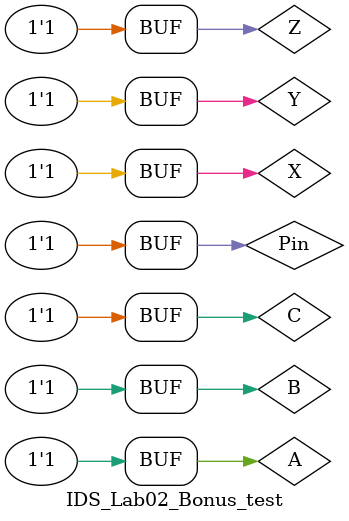
<source format=v>
`timescale 1ns / 1ps


module IDS_Lab02_Bonus_test;

	// Inputs
	reg A;
	reg B;
	reg C;
	reg Pin;
	reg X;
	reg Y;
	reg Z;

	// Outputs
	wire Ax;
	wire Bx;
	wire Cx;
	wire Pout;
	wire E;

	// Instantiate the Unit Under Test (UUT)
	IDS_Lab02_Bonus uut (
		.A(A), 
		.B(B), 
		.C(C), 
		.Pin(Pin), 
		.X(X), 
		.Y(Y), 
		.Z(Z), 
		.Ax(Ax), 
		.Bx(Bx), 
		.Cx(Cx), 
		.Pout(Pout), 
		.E(E)
	);

	initial begin
		// Initialize Inputs
		A = 0; B = 0; C = 0;	#100;
		A = 0; B = 0; C = 1;	#100;
		A = 0; B = 1; C = 0;	#100;
		A = 0; B = 1; C = 1;	#100;
		A = 1; B = 0; C = 0;	#100;
		A = 1; B = 0; C = 1;	#100;
		A = 1; B = 1; C = 0;	#100;
		A = 1; B = 1; C = 1;	#100;
		
		Pin = 0; X = 0; Y = 0; Z = 1;	#100;
		Pin = 0; X = 0; Y = 1; Z = 0;	#100;
		Pin = 0; X = 0; Y = 1; Z = 1;	#100;
		Pin = 0; X = 1; Y = 0; Z = 0;	#100;
		Pin = 0; X = 1; Y = 0; Z = 1;	#100;
		Pin = 0; X = 1; Y = 1; Z = 0;	#100;
		Pin = 0; X = 1; Y = 1; Z = 1;	#100;
		Pin = 1; X = 0; Y = 0; Z = 0;	#100;
		Pin = 1; X = 0; Y = 0; Z = 1;	#100;
		Pin = 1; X = 0; Y = 1; Z = 0;	#100;
		Pin = 1; X = 0; Y = 1; Z = 1;	#100;
		Pin = 1; X = 1; Y = 0; Z = 0;	#100;
		Pin = 1; X = 1; Y = 0; Z = 1;	#100;
		Pin = 1; X = 1; Y = 1; Z = 0;	#100;
		Pin = 1; X = 1; Y = 1; Z = 1;	#100;
        
		// Add stimulus here

	end
      
endmodule


</source>
